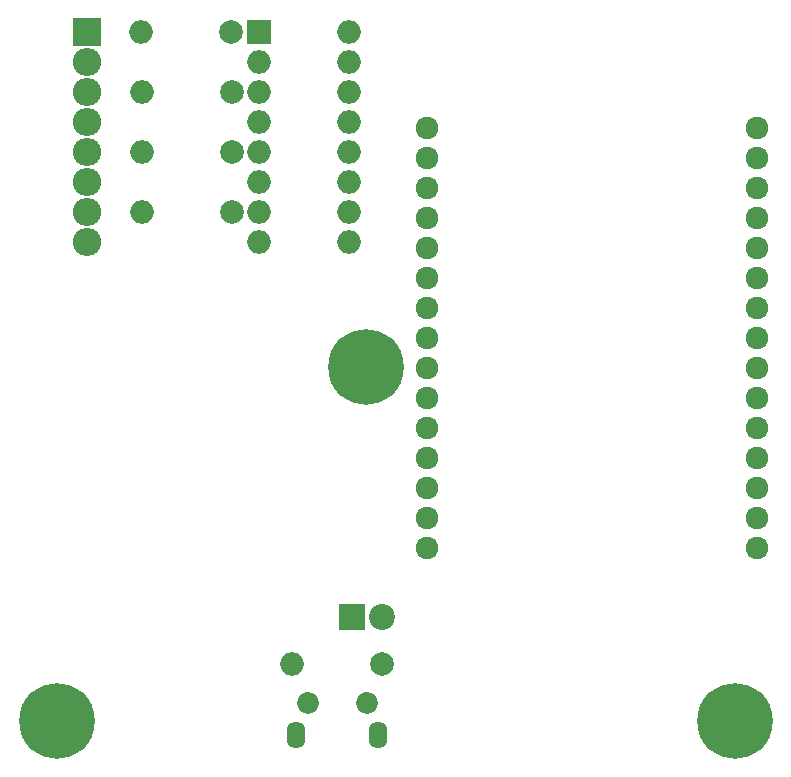
<source format=gbr>
G04 #@! TF.FileFunction,Soldermask,Bot*
%FSLAX46Y46*%
G04 Gerber Fmt 4.6, Leading zero omitted, Abs format (unit mm)*
G04 Created by KiCad (PCBNEW 4.0.7) date 06/28/18 11:13:41*
%MOMM*%
%LPD*%
G01*
G04 APERTURE LIST*
%ADD10C,0.100000*%
%ADD11R,2.200000X2.200000*%
%ADD12C,2.200000*%
%ADD13O,2.398980X2.398980*%
%ADD14R,2.398980X2.398980*%
%ADD15C,1.850000*%
%ADD16O,1.600000X2.300000*%
%ADD17C,2.000000*%
%ADD18O,2.000000X2.000000*%
%ADD19C,1.924000*%
%ADD20R,2.000000X2.000000*%
%ADD21C,6.400000*%
G04 APERTURE END LIST*
D10*
D11*
X156337000Y-105283000D03*
D12*
X158877000Y-105283000D03*
D13*
X133858000Y-63373000D03*
D14*
X133858000Y-55753000D03*
D13*
X133858000Y-58293000D03*
X133858000Y-60833000D03*
X133858000Y-65913000D03*
X133858000Y-68453000D03*
X133858000Y-70993000D03*
X133858000Y-73533000D03*
D15*
X152567000Y-112585000D03*
X157567000Y-112585000D03*
D16*
X151567000Y-115285000D03*
X158567000Y-115285000D03*
D17*
X146050000Y-55753000D03*
D18*
X138430000Y-55753000D03*
D17*
X146177000Y-60833000D03*
D18*
X138557000Y-60833000D03*
D17*
X146177000Y-65913000D03*
D18*
X138557000Y-65913000D03*
D17*
X146177000Y-70993000D03*
D18*
X138557000Y-70993000D03*
D17*
X158877000Y-109220000D03*
D18*
X151257000Y-109220000D03*
D19*
X162687000Y-63881000D03*
X162687000Y-66421000D03*
X162687000Y-68961000D03*
X162687000Y-71501000D03*
X162687000Y-74041000D03*
X162687000Y-76581000D03*
X162687000Y-79121000D03*
X162687000Y-81661000D03*
X162687000Y-84201000D03*
X162687000Y-86741000D03*
X162687000Y-89281000D03*
X162687000Y-91821000D03*
X162687000Y-94361000D03*
X162687000Y-96901000D03*
X162687000Y-99441000D03*
X190627000Y-99441000D03*
X190627000Y-96901000D03*
X190627000Y-94361000D03*
X190627000Y-91821000D03*
X190627000Y-89281000D03*
X190627000Y-86741000D03*
X190627000Y-84201000D03*
X190627000Y-81661000D03*
X190627000Y-79121000D03*
X190627000Y-76581000D03*
X190627000Y-74041000D03*
X190627000Y-71501000D03*
X190627000Y-68961000D03*
X190627000Y-66421000D03*
X190627000Y-63881000D03*
D20*
X148463000Y-55753000D03*
D18*
X156083000Y-73533000D03*
X148463000Y-58293000D03*
X156083000Y-70993000D03*
X148463000Y-60833000D03*
X156083000Y-68453000D03*
X148463000Y-63373000D03*
X156083000Y-65913000D03*
X148463000Y-65913000D03*
X156083000Y-63373000D03*
X148463000Y-68453000D03*
X156083000Y-60833000D03*
X148463000Y-70993000D03*
X156083000Y-58293000D03*
X148463000Y-73533000D03*
X156083000Y-55753000D03*
D21*
X131318000Y-114046000D03*
X188722000Y-114046000D03*
X157480000Y-84074000D03*
M02*

</source>
